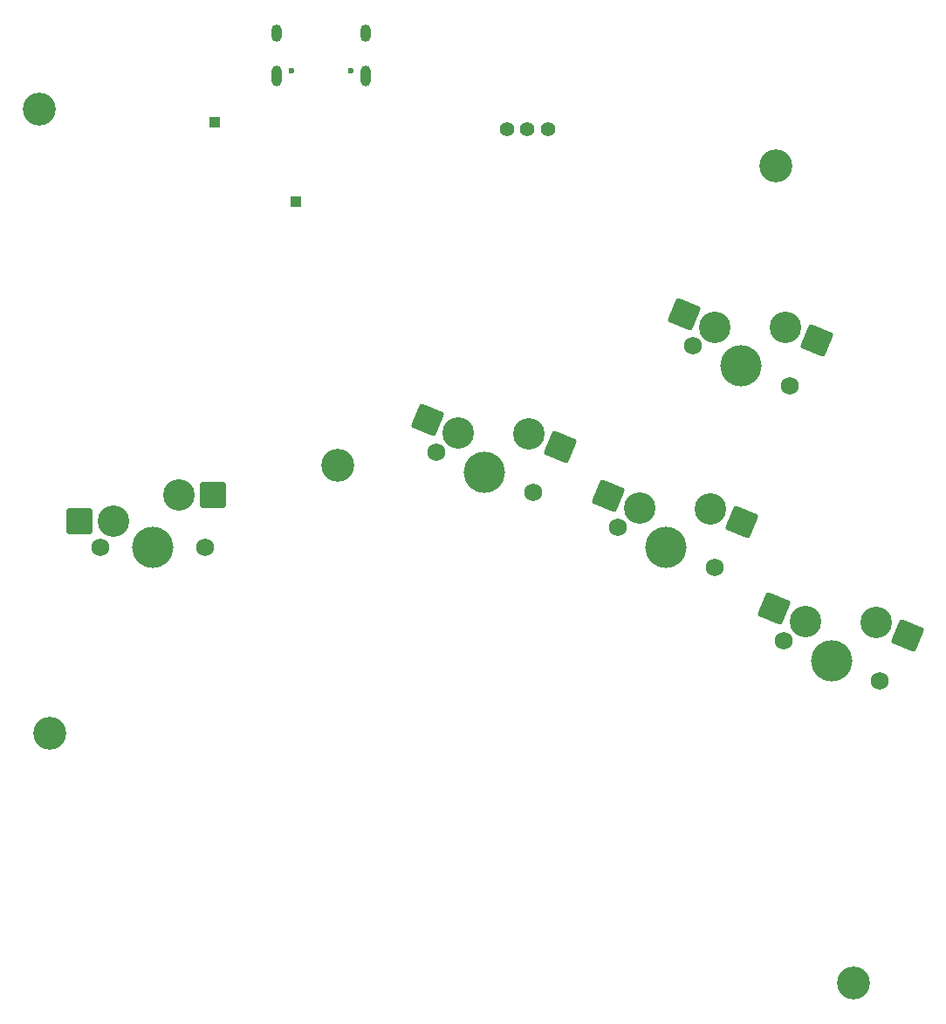
<source format=gbr>
%TF.GenerationSoftware,KiCad,Pcbnew,8.0.4*%
%TF.CreationDate,2024-07-30T01:54:57-07:00*%
%TF.ProjectId,3board_a,33626f61-7264-45f6-912e-6b696361645f,rev?*%
%TF.SameCoordinates,Original*%
%TF.FileFunction,Soldermask,Bot*%
%TF.FilePolarity,Negative*%
%FSLAX46Y46*%
G04 Gerber Fmt 4.6, Leading zero omitted, Abs format (unit mm)*
G04 Created by KiCad (PCBNEW 8.0.4) date 2024-07-30 01:54:57*
%MOMM*%
%LPD*%
G01*
G04 APERTURE LIST*
G04 Aperture macros list*
%AMRoundRect*
0 Rectangle with rounded corners*
0 $1 Rounding radius*
0 $2 $3 $4 $5 $6 $7 $8 $9 X,Y pos of 4 corners*
0 Add a 4 corners polygon primitive as box body*
4,1,4,$2,$3,$4,$5,$6,$7,$8,$9,$2,$3,0*
0 Add four circle primitives for the rounded corners*
1,1,$1+$1,$2,$3*
1,1,$1+$1,$4,$5*
1,1,$1+$1,$6,$7*
1,1,$1+$1,$8,$9*
0 Add four rect primitives between the rounded corners*
20,1,$1+$1,$2,$3,$4,$5,0*
20,1,$1+$1,$4,$5,$6,$7,0*
20,1,$1+$1,$6,$7,$8,$9,0*
20,1,$1+$1,$8,$9,$2,$3,0*%
G04 Aperture macros list end*
%ADD10R,1.000000X1.000000*%
%ADD11C,1.750000*%
%ADD12C,3.050000*%
%ADD13C,4.000000*%
%ADD14RoundRect,0.250000X-1.329660X-0.531629X0.564293X-1.316130X1.329660X0.531629X-0.564293X1.316130X0*%
%ADD15C,0.600000*%
%ADD16O,1.000000X2.000000*%
%ADD17O,1.000000X1.700000*%
%ADD18C,1.400000*%
%ADD19C,3.200000*%
%ADD20RoundRect,0.250000X-1.025000X-1.000000X1.025000X-1.000000X1.025000X1.000000X-1.025000X1.000000X0*%
G04 APERTURE END LIST*
D10*
%TO.C,TP2*%
X73900000Y-38500000D03*
%TD*%
D11*
%TO.C,SW20_RIGHT*%
X121210635Y-81055968D03*
D12*
X123355978Y-79195322D03*
D13*
X125903943Y-83000000D03*
D12*
X130194629Y-79278708D03*
D11*
X130597251Y-84944032D03*
D14*
X120330272Y-77942034D03*
X133245279Y-80542329D03*
%TD*%
D15*
%TO.C,J1*%
X79270000Y-25795000D03*
X73490000Y-25795000D03*
D16*
X80700000Y-26295000D03*
D17*
X80700000Y-22100000D03*
D16*
X72060000Y-26295000D03*
D17*
X72060000Y-22100000D03*
%TD*%
D18*
%TO.C,J2*%
X98380000Y-31430000D03*
X96380000Y-31430000D03*
X94380000Y-31430000D03*
%TD*%
D19*
%TO.C,H3*%
X120500000Y-35000000D03*
%TD*%
D11*
%TO.C,SW19_LEFT*%
X87541559Y-62780211D03*
D12*
X89686902Y-60919565D03*
D13*
X92234867Y-64724243D03*
D12*
X96525553Y-61002951D03*
D11*
X96928175Y-66668275D03*
D14*
X86661196Y-59666277D03*
X99576203Y-62266572D03*
%TD*%
D19*
%TO.C,H4*%
X128000000Y-114250000D03*
%TD*%
D11*
%TO.C,SW17_W*%
X112431583Y-52470425D03*
D12*
X114576926Y-50609779D03*
D13*
X117124891Y-54414457D03*
D12*
X121415577Y-50693165D03*
D11*
X121818199Y-56358489D03*
D14*
X111551220Y-49356491D03*
X124466227Y-51956786D03*
%TD*%
D10*
%TO.C,TP1*%
X66000000Y-30750000D03*
%TD*%
D19*
%TO.C,H5*%
X78000000Y-64000000D03*
%TD*%
D11*
%TO.C,SW8_DP*%
X54920000Y-71991696D03*
D12*
X56190000Y-69451696D03*
D13*
X60000000Y-71991696D03*
D12*
X62540000Y-66911696D03*
D11*
X65080000Y-71991696D03*
D20*
X52915000Y-69451696D03*
X65842000Y-66911696D03*
%TD*%
D19*
%TO.C,H2*%
X50000000Y-90000000D03*
%TD*%
D11*
%TO.C,SW18_DOWN*%
X105141464Y-70070330D03*
D12*
X107286807Y-68209684D03*
D13*
X109834772Y-72014362D03*
D12*
X114125458Y-68293070D03*
D11*
X114528080Y-73958394D03*
D14*
X104261101Y-66956396D03*
X117176108Y-69556691D03*
%TD*%
D19*
%TO.C,H1*%
X49000000Y-29500000D03*
%TD*%
M02*

</source>
